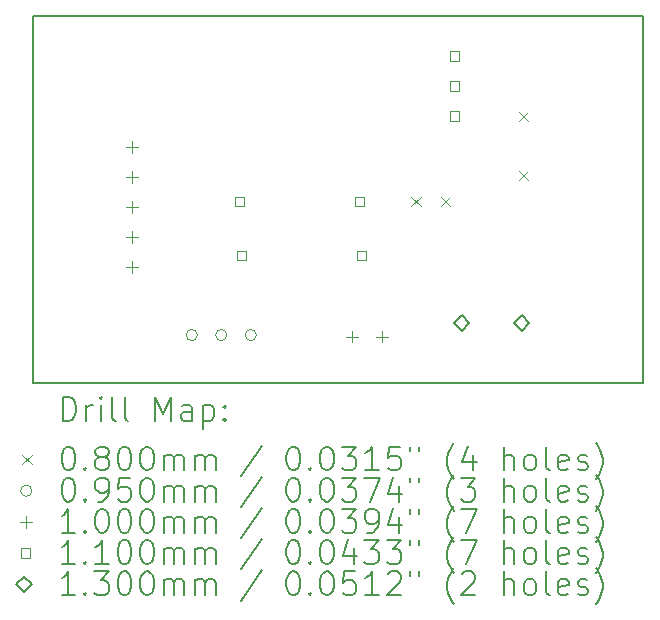
<source format=gbr>
%TF.GenerationSoftware,KiCad,Pcbnew,7.0.9*%
%TF.CreationDate,2023-11-12T11:40:15+01:00*%
%TF.ProjectId,CO2-PwrSupply,434f322d-5077-4725-9375-70706c792e6b,1.1*%
%TF.SameCoordinates,Original*%
%TF.FileFunction,Drillmap*%
%TF.FilePolarity,Positive*%
%FSLAX45Y45*%
G04 Gerber Fmt 4.5, Leading zero omitted, Abs format (unit mm)*
G04 Created by KiCad (PCBNEW 7.0.9) date 2023-11-12 11:40:15*
%MOMM*%
%LPD*%
G01*
G04 APERTURE LIST*
%ADD10C,0.150000*%
%ADD11C,0.200000*%
%ADD12C,0.100000*%
%ADD13C,0.110000*%
%ADD14C,0.130000*%
G04 APERTURE END LIST*
D10*
X4330700Y-1955800D02*
X9499600Y-1955800D01*
X9499600Y-5067300D01*
X4330700Y-5067300D01*
X4330700Y-1955800D01*
D11*
D12*
X7535689Y-3490600D02*
X7615689Y-3570600D01*
X7615689Y-3490600D02*
X7535689Y-3570600D01*
X7785689Y-3490600D02*
X7865689Y-3570600D01*
X7865689Y-3490600D02*
X7785689Y-3570600D01*
X8443600Y-2770700D02*
X8523600Y-2850700D01*
X8523600Y-2770700D02*
X8443600Y-2850700D01*
X8443600Y-3270700D02*
X8523600Y-3350700D01*
X8523600Y-3270700D02*
X8443600Y-3350700D01*
X5724400Y-4660900D02*
G75*
G03*
X5724400Y-4660900I-47500J0D01*
G01*
X5974400Y-4660900D02*
G75*
G03*
X5974400Y-4660900I-47500J0D01*
G01*
X6224400Y-4660900D02*
G75*
G03*
X6224400Y-4660900I-47500J0D01*
G01*
X5170400Y-3015486D02*
X5170400Y-3115486D01*
X5120400Y-3065486D02*
X5220400Y-3065486D01*
X5170400Y-3269486D02*
X5170400Y-3369486D01*
X5120400Y-3319486D02*
X5220400Y-3319486D01*
X5170400Y-3523486D02*
X5170400Y-3623486D01*
X5120400Y-3573486D02*
X5220400Y-3573486D01*
X5170400Y-3777486D02*
X5170400Y-3877486D01*
X5120400Y-3827486D02*
X5220400Y-3827486D01*
X5170400Y-4031486D02*
X5170400Y-4131486D01*
X5120400Y-4081486D02*
X5220400Y-4081486D01*
X7035800Y-4623600D02*
X7035800Y-4723600D01*
X6985800Y-4673600D02*
X7085800Y-4673600D01*
X7285800Y-4623600D02*
X7285800Y-4723600D01*
X7235800Y-4673600D02*
X7335800Y-4673600D01*
D13*
X6122191Y-3569491D02*
X6122191Y-3491709D01*
X6044409Y-3491709D01*
X6044409Y-3569491D01*
X6122191Y-3569491D01*
X6134891Y-4026691D02*
X6134891Y-3948909D01*
X6057109Y-3948909D01*
X6057109Y-4026691D01*
X6134891Y-4026691D01*
X7138191Y-3569491D02*
X7138191Y-3491709D01*
X7060409Y-3491709D01*
X7060409Y-3569491D01*
X7138191Y-3569491D01*
X7150891Y-4026691D02*
X7150891Y-3948909D01*
X7073109Y-3948909D01*
X7073109Y-4026691D01*
X7150891Y-4026691D01*
X7940591Y-2337591D02*
X7940591Y-2259809D01*
X7862809Y-2259809D01*
X7862809Y-2337591D01*
X7940591Y-2337591D01*
X7940591Y-2591591D02*
X7940591Y-2513809D01*
X7862809Y-2513809D01*
X7862809Y-2591591D01*
X7940591Y-2591591D01*
X7940591Y-2845591D02*
X7940591Y-2767809D01*
X7862809Y-2767809D01*
X7862809Y-2845591D01*
X7940591Y-2845591D01*
D14*
X7962900Y-4624300D02*
X8027900Y-4559300D01*
X7962900Y-4494300D01*
X7897900Y-4559300D01*
X7962900Y-4624300D01*
X8470900Y-4624300D02*
X8535900Y-4559300D01*
X8470900Y-4494300D01*
X8405900Y-4559300D01*
X8470900Y-4624300D01*
D11*
X4583977Y-5386284D02*
X4583977Y-5186284D01*
X4583977Y-5186284D02*
X4631596Y-5186284D01*
X4631596Y-5186284D02*
X4660167Y-5195808D01*
X4660167Y-5195808D02*
X4679215Y-5214855D01*
X4679215Y-5214855D02*
X4688739Y-5233903D01*
X4688739Y-5233903D02*
X4698263Y-5271998D01*
X4698263Y-5271998D02*
X4698263Y-5300570D01*
X4698263Y-5300570D02*
X4688739Y-5338665D01*
X4688739Y-5338665D02*
X4679215Y-5357712D01*
X4679215Y-5357712D02*
X4660167Y-5376760D01*
X4660167Y-5376760D02*
X4631596Y-5386284D01*
X4631596Y-5386284D02*
X4583977Y-5386284D01*
X4783977Y-5386284D02*
X4783977Y-5252950D01*
X4783977Y-5291046D02*
X4793501Y-5271998D01*
X4793501Y-5271998D02*
X4803024Y-5262474D01*
X4803024Y-5262474D02*
X4822072Y-5252950D01*
X4822072Y-5252950D02*
X4841120Y-5252950D01*
X4907786Y-5386284D02*
X4907786Y-5252950D01*
X4907786Y-5186284D02*
X4898263Y-5195808D01*
X4898263Y-5195808D02*
X4907786Y-5205331D01*
X4907786Y-5205331D02*
X4917310Y-5195808D01*
X4917310Y-5195808D02*
X4907786Y-5186284D01*
X4907786Y-5186284D02*
X4907786Y-5205331D01*
X5031596Y-5386284D02*
X5012548Y-5376760D01*
X5012548Y-5376760D02*
X5003024Y-5357712D01*
X5003024Y-5357712D02*
X5003024Y-5186284D01*
X5136358Y-5386284D02*
X5117310Y-5376760D01*
X5117310Y-5376760D02*
X5107786Y-5357712D01*
X5107786Y-5357712D02*
X5107786Y-5186284D01*
X5364929Y-5386284D02*
X5364929Y-5186284D01*
X5364929Y-5186284D02*
X5431596Y-5329141D01*
X5431596Y-5329141D02*
X5498263Y-5186284D01*
X5498263Y-5186284D02*
X5498263Y-5386284D01*
X5679215Y-5386284D02*
X5679215Y-5281522D01*
X5679215Y-5281522D02*
X5669691Y-5262474D01*
X5669691Y-5262474D02*
X5650643Y-5252950D01*
X5650643Y-5252950D02*
X5612548Y-5252950D01*
X5612548Y-5252950D02*
X5593501Y-5262474D01*
X5679215Y-5376760D02*
X5660167Y-5386284D01*
X5660167Y-5386284D02*
X5612548Y-5386284D01*
X5612548Y-5386284D02*
X5593501Y-5376760D01*
X5593501Y-5376760D02*
X5583977Y-5357712D01*
X5583977Y-5357712D02*
X5583977Y-5338665D01*
X5583977Y-5338665D02*
X5593501Y-5319617D01*
X5593501Y-5319617D02*
X5612548Y-5310093D01*
X5612548Y-5310093D02*
X5660167Y-5310093D01*
X5660167Y-5310093D02*
X5679215Y-5300570D01*
X5774453Y-5252950D02*
X5774453Y-5452950D01*
X5774453Y-5262474D02*
X5793501Y-5252950D01*
X5793501Y-5252950D02*
X5831596Y-5252950D01*
X5831596Y-5252950D02*
X5850643Y-5262474D01*
X5850643Y-5262474D02*
X5860167Y-5271998D01*
X5860167Y-5271998D02*
X5869691Y-5291046D01*
X5869691Y-5291046D02*
X5869691Y-5348189D01*
X5869691Y-5348189D02*
X5860167Y-5367236D01*
X5860167Y-5367236D02*
X5850643Y-5376760D01*
X5850643Y-5376760D02*
X5831596Y-5386284D01*
X5831596Y-5386284D02*
X5793501Y-5386284D01*
X5793501Y-5386284D02*
X5774453Y-5376760D01*
X5955405Y-5367236D02*
X5964929Y-5376760D01*
X5964929Y-5376760D02*
X5955405Y-5386284D01*
X5955405Y-5386284D02*
X5945882Y-5376760D01*
X5945882Y-5376760D02*
X5955405Y-5367236D01*
X5955405Y-5367236D02*
X5955405Y-5386284D01*
X5955405Y-5262474D02*
X5964929Y-5271998D01*
X5964929Y-5271998D02*
X5955405Y-5281522D01*
X5955405Y-5281522D02*
X5945882Y-5271998D01*
X5945882Y-5271998D02*
X5955405Y-5262474D01*
X5955405Y-5262474D02*
X5955405Y-5281522D01*
D12*
X4243200Y-5674800D02*
X4323200Y-5754800D01*
X4323200Y-5674800D02*
X4243200Y-5754800D01*
D11*
X4622072Y-5606284D02*
X4641120Y-5606284D01*
X4641120Y-5606284D02*
X4660167Y-5615808D01*
X4660167Y-5615808D02*
X4669691Y-5625331D01*
X4669691Y-5625331D02*
X4679215Y-5644379D01*
X4679215Y-5644379D02*
X4688739Y-5682474D01*
X4688739Y-5682474D02*
X4688739Y-5730093D01*
X4688739Y-5730093D02*
X4679215Y-5768188D01*
X4679215Y-5768188D02*
X4669691Y-5787236D01*
X4669691Y-5787236D02*
X4660167Y-5796760D01*
X4660167Y-5796760D02*
X4641120Y-5806284D01*
X4641120Y-5806284D02*
X4622072Y-5806284D01*
X4622072Y-5806284D02*
X4603024Y-5796760D01*
X4603024Y-5796760D02*
X4593501Y-5787236D01*
X4593501Y-5787236D02*
X4583977Y-5768188D01*
X4583977Y-5768188D02*
X4574453Y-5730093D01*
X4574453Y-5730093D02*
X4574453Y-5682474D01*
X4574453Y-5682474D02*
X4583977Y-5644379D01*
X4583977Y-5644379D02*
X4593501Y-5625331D01*
X4593501Y-5625331D02*
X4603024Y-5615808D01*
X4603024Y-5615808D02*
X4622072Y-5606284D01*
X4774453Y-5787236D02*
X4783977Y-5796760D01*
X4783977Y-5796760D02*
X4774453Y-5806284D01*
X4774453Y-5806284D02*
X4764929Y-5796760D01*
X4764929Y-5796760D02*
X4774453Y-5787236D01*
X4774453Y-5787236D02*
X4774453Y-5806284D01*
X4898263Y-5691998D02*
X4879215Y-5682474D01*
X4879215Y-5682474D02*
X4869691Y-5672950D01*
X4869691Y-5672950D02*
X4860167Y-5653903D01*
X4860167Y-5653903D02*
X4860167Y-5644379D01*
X4860167Y-5644379D02*
X4869691Y-5625331D01*
X4869691Y-5625331D02*
X4879215Y-5615808D01*
X4879215Y-5615808D02*
X4898263Y-5606284D01*
X4898263Y-5606284D02*
X4936358Y-5606284D01*
X4936358Y-5606284D02*
X4955405Y-5615808D01*
X4955405Y-5615808D02*
X4964929Y-5625331D01*
X4964929Y-5625331D02*
X4974453Y-5644379D01*
X4974453Y-5644379D02*
X4974453Y-5653903D01*
X4974453Y-5653903D02*
X4964929Y-5672950D01*
X4964929Y-5672950D02*
X4955405Y-5682474D01*
X4955405Y-5682474D02*
X4936358Y-5691998D01*
X4936358Y-5691998D02*
X4898263Y-5691998D01*
X4898263Y-5691998D02*
X4879215Y-5701522D01*
X4879215Y-5701522D02*
X4869691Y-5711046D01*
X4869691Y-5711046D02*
X4860167Y-5730093D01*
X4860167Y-5730093D02*
X4860167Y-5768188D01*
X4860167Y-5768188D02*
X4869691Y-5787236D01*
X4869691Y-5787236D02*
X4879215Y-5796760D01*
X4879215Y-5796760D02*
X4898263Y-5806284D01*
X4898263Y-5806284D02*
X4936358Y-5806284D01*
X4936358Y-5806284D02*
X4955405Y-5796760D01*
X4955405Y-5796760D02*
X4964929Y-5787236D01*
X4964929Y-5787236D02*
X4974453Y-5768188D01*
X4974453Y-5768188D02*
X4974453Y-5730093D01*
X4974453Y-5730093D02*
X4964929Y-5711046D01*
X4964929Y-5711046D02*
X4955405Y-5701522D01*
X4955405Y-5701522D02*
X4936358Y-5691998D01*
X5098263Y-5606284D02*
X5117310Y-5606284D01*
X5117310Y-5606284D02*
X5136358Y-5615808D01*
X5136358Y-5615808D02*
X5145882Y-5625331D01*
X5145882Y-5625331D02*
X5155405Y-5644379D01*
X5155405Y-5644379D02*
X5164929Y-5682474D01*
X5164929Y-5682474D02*
X5164929Y-5730093D01*
X5164929Y-5730093D02*
X5155405Y-5768188D01*
X5155405Y-5768188D02*
X5145882Y-5787236D01*
X5145882Y-5787236D02*
X5136358Y-5796760D01*
X5136358Y-5796760D02*
X5117310Y-5806284D01*
X5117310Y-5806284D02*
X5098263Y-5806284D01*
X5098263Y-5806284D02*
X5079215Y-5796760D01*
X5079215Y-5796760D02*
X5069691Y-5787236D01*
X5069691Y-5787236D02*
X5060167Y-5768188D01*
X5060167Y-5768188D02*
X5050644Y-5730093D01*
X5050644Y-5730093D02*
X5050644Y-5682474D01*
X5050644Y-5682474D02*
X5060167Y-5644379D01*
X5060167Y-5644379D02*
X5069691Y-5625331D01*
X5069691Y-5625331D02*
X5079215Y-5615808D01*
X5079215Y-5615808D02*
X5098263Y-5606284D01*
X5288739Y-5606284D02*
X5307786Y-5606284D01*
X5307786Y-5606284D02*
X5326834Y-5615808D01*
X5326834Y-5615808D02*
X5336358Y-5625331D01*
X5336358Y-5625331D02*
X5345882Y-5644379D01*
X5345882Y-5644379D02*
X5355405Y-5682474D01*
X5355405Y-5682474D02*
X5355405Y-5730093D01*
X5355405Y-5730093D02*
X5345882Y-5768188D01*
X5345882Y-5768188D02*
X5336358Y-5787236D01*
X5336358Y-5787236D02*
X5326834Y-5796760D01*
X5326834Y-5796760D02*
X5307786Y-5806284D01*
X5307786Y-5806284D02*
X5288739Y-5806284D01*
X5288739Y-5806284D02*
X5269691Y-5796760D01*
X5269691Y-5796760D02*
X5260167Y-5787236D01*
X5260167Y-5787236D02*
X5250644Y-5768188D01*
X5250644Y-5768188D02*
X5241120Y-5730093D01*
X5241120Y-5730093D02*
X5241120Y-5682474D01*
X5241120Y-5682474D02*
X5250644Y-5644379D01*
X5250644Y-5644379D02*
X5260167Y-5625331D01*
X5260167Y-5625331D02*
X5269691Y-5615808D01*
X5269691Y-5615808D02*
X5288739Y-5606284D01*
X5441120Y-5806284D02*
X5441120Y-5672950D01*
X5441120Y-5691998D02*
X5450644Y-5682474D01*
X5450644Y-5682474D02*
X5469691Y-5672950D01*
X5469691Y-5672950D02*
X5498263Y-5672950D01*
X5498263Y-5672950D02*
X5517310Y-5682474D01*
X5517310Y-5682474D02*
X5526834Y-5701522D01*
X5526834Y-5701522D02*
X5526834Y-5806284D01*
X5526834Y-5701522D02*
X5536358Y-5682474D01*
X5536358Y-5682474D02*
X5555405Y-5672950D01*
X5555405Y-5672950D02*
X5583977Y-5672950D01*
X5583977Y-5672950D02*
X5603024Y-5682474D01*
X5603024Y-5682474D02*
X5612548Y-5701522D01*
X5612548Y-5701522D02*
X5612548Y-5806284D01*
X5707786Y-5806284D02*
X5707786Y-5672950D01*
X5707786Y-5691998D02*
X5717310Y-5682474D01*
X5717310Y-5682474D02*
X5736358Y-5672950D01*
X5736358Y-5672950D02*
X5764929Y-5672950D01*
X5764929Y-5672950D02*
X5783977Y-5682474D01*
X5783977Y-5682474D02*
X5793501Y-5701522D01*
X5793501Y-5701522D02*
X5793501Y-5806284D01*
X5793501Y-5701522D02*
X5803024Y-5682474D01*
X5803024Y-5682474D02*
X5822072Y-5672950D01*
X5822072Y-5672950D02*
X5850643Y-5672950D01*
X5850643Y-5672950D02*
X5869691Y-5682474D01*
X5869691Y-5682474D02*
X5879215Y-5701522D01*
X5879215Y-5701522D02*
X5879215Y-5806284D01*
X6269691Y-5596760D02*
X6098263Y-5853903D01*
X6526834Y-5606284D02*
X6545882Y-5606284D01*
X6545882Y-5606284D02*
X6564929Y-5615808D01*
X6564929Y-5615808D02*
X6574453Y-5625331D01*
X6574453Y-5625331D02*
X6583977Y-5644379D01*
X6583977Y-5644379D02*
X6593501Y-5682474D01*
X6593501Y-5682474D02*
X6593501Y-5730093D01*
X6593501Y-5730093D02*
X6583977Y-5768188D01*
X6583977Y-5768188D02*
X6574453Y-5787236D01*
X6574453Y-5787236D02*
X6564929Y-5796760D01*
X6564929Y-5796760D02*
X6545882Y-5806284D01*
X6545882Y-5806284D02*
X6526834Y-5806284D01*
X6526834Y-5806284D02*
X6507786Y-5796760D01*
X6507786Y-5796760D02*
X6498263Y-5787236D01*
X6498263Y-5787236D02*
X6488739Y-5768188D01*
X6488739Y-5768188D02*
X6479215Y-5730093D01*
X6479215Y-5730093D02*
X6479215Y-5682474D01*
X6479215Y-5682474D02*
X6488739Y-5644379D01*
X6488739Y-5644379D02*
X6498263Y-5625331D01*
X6498263Y-5625331D02*
X6507786Y-5615808D01*
X6507786Y-5615808D02*
X6526834Y-5606284D01*
X6679215Y-5787236D02*
X6688739Y-5796760D01*
X6688739Y-5796760D02*
X6679215Y-5806284D01*
X6679215Y-5806284D02*
X6669691Y-5796760D01*
X6669691Y-5796760D02*
X6679215Y-5787236D01*
X6679215Y-5787236D02*
X6679215Y-5806284D01*
X6812548Y-5606284D02*
X6831596Y-5606284D01*
X6831596Y-5606284D02*
X6850644Y-5615808D01*
X6850644Y-5615808D02*
X6860167Y-5625331D01*
X6860167Y-5625331D02*
X6869691Y-5644379D01*
X6869691Y-5644379D02*
X6879215Y-5682474D01*
X6879215Y-5682474D02*
X6879215Y-5730093D01*
X6879215Y-5730093D02*
X6869691Y-5768188D01*
X6869691Y-5768188D02*
X6860167Y-5787236D01*
X6860167Y-5787236D02*
X6850644Y-5796760D01*
X6850644Y-5796760D02*
X6831596Y-5806284D01*
X6831596Y-5806284D02*
X6812548Y-5806284D01*
X6812548Y-5806284D02*
X6793501Y-5796760D01*
X6793501Y-5796760D02*
X6783977Y-5787236D01*
X6783977Y-5787236D02*
X6774453Y-5768188D01*
X6774453Y-5768188D02*
X6764929Y-5730093D01*
X6764929Y-5730093D02*
X6764929Y-5682474D01*
X6764929Y-5682474D02*
X6774453Y-5644379D01*
X6774453Y-5644379D02*
X6783977Y-5625331D01*
X6783977Y-5625331D02*
X6793501Y-5615808D01*
X6793501Y-5615808D02*
X6812548Y-5606284D01*
X6945882Y-5606284D02*
X7069691Y-5606284D01*
X7069691Y-5606284D02*
X7003025Y-5682474D01*
X7003025Y-5682474D02*
X7031596Y-5682474D01*
X7031596Y-5682474D02*
X7050644Y-5691998D01*
X7050644Y-5691998D02*
X7060167Y-5701522D01*
X7060167Y-5701522D02*
X7069691Y-5720569D01*
X7069691Y-5720569D02*
X7069691Y-5768188D01*
X7069691Y-5768188D02*
X7060167Y-5787236D01*
X7060167Y-5787236D02*
X7050644Y-5796760D01*
X7050644Y-5796760D02*
X7031596Y-5806284D01*
X7031596Y-5806284D02*
X6974453Y-5806284D01*
X6974453Y-5806284D02*
X6955406Y-5796760D01*
X6955406Y-5796760D02*
X6945882Y-5787236D01*
X7260167Y-5806284D02*
X7145882Y-5806284D01*
X7203025Y-5806284D02*
X7203025Y-5606284D01*
X7203025Y-5606284D02*
X7183977Y-5634855D01*
X7183977Y-5634855D02*
X7164929Y-5653903D01*
X7164929Y-5653903D02*
X7145882Y-5663427D01*
X7441120Y-5606284D02*
X7345882Y-5606284D01*
X7345882Y-5606284D02*
X7336358Y-5701522D01*
X7336358Y-5701522D02*
X7345882Y-5691998D01*
X7345882Y-5691998D02*
X7364929Y-5682474D01*
X7364929Y-5682474D02*
X7412548Y-5682474D01*
X7412548Y-5682474D02*
X7431596Y-5691998D01*
X7431596Y-5691998D02*
X7441120Y-5701522D01*
X7441120Y-5701522D02*
X7450644Y-5720569D01*
X7450644Y-5720569D02*
X7450644Y-5768188D01*
X7450644Y-5768188D02*
X7441120Y-5787236D01*
X7441120Y-5787236D02*
X7431596Y-5796760D01*
X7431596Y-5796760D02*
X7412548Y-5806284D01*
X7412548Y-5806284D02*
X7364929Y-5806284D01*
X7364929Y-5806284D02*
X7345882Y-5796760D01*
X7345882Y-5796760D02*
X7336358Y-5787236D01*
X7526834Y-5606284D02*
X7526834Y-5644379D01*
X7603025Y-5606284D02*
X7603025Y-5644379D01*
X7898263Y-5882474D02*
X7888739Y-5872950D01*
X7888739Y-5872950D02*
X7869691Y-5844379D01*
X7869691Y-5844379D02*
X7860168Y-5825331D01*
X7860168Y-5825331D02*
X7850644Y-5796760D01*
X7850644Y-5796760D02*
X7841120Y-5749141D01*
X7841120Y-5749141D02*
X7841120Y-5711046D01*
X7841120Y-5711046D02*
X7850644Y-5663427D01*
X7850644Y-5663427D02*
X7860168Y-5634855D01*
X7860168Y-5634855D02*
X7869691Y-5615808D01*
X7869691Y-5615808D02*
X7888739Y-5587236D01*
X7888739Y-5587236D02*
X7898263Y-5577712D01*
X8060168Y-5672950D02*
X8060168Y-5806284D01*
X8012548Y-5596760D02*
X7964929Y-5739617D01*
X7964929Y-5739617D02*
X8088739Y-5739617D01*
X8317310Y-5806284D02*
X8317310Y-5606284D01*
X8403025Y-5806284D02*
X8403025Y-5701522D01*
X8403025Y-5701522D02*
X8393501Y-5682474D01*
X8393501Y-5682474D02*
X8374453Y-5672950D01*
X8374453Y-5672950D02*
X8345882Y-5672950D01*
X8345882Y-5672950D02*
X8326834Y-5682474D01*
X8326834Y-5682474D02*
X8317310Y-5691998D01*
X8526834Y-5806284D02*
X8507787Y-5796760D01*
X8507787Y-5796760D02*
X8498263Y-5787236D01*
X8498263Y-5787236D02*
X8488739Y-5768188D01*
X8488739Y-5768188D02*
X8488739Y-5711046D01*
X8488739Y-5711046D02*
X8498263Y-5691998D01*
X8498263Y-5691998D02*
X8507787Y-5682474D01*
X8507787Y-5682474D02*
X8526834Y-5672950D01*
X8526834Y-5672950D02*
X8555406Y-5672950D01*
X8555406Y-5672950D02*
X8574453Y-5682474D01*
X8574453Y-5682474D02*
X8583977Y-5691998D01*
X8583977Y-5691998D02*
X8593501Y-5711046D01*
X8593501Y-5711046D02*
X8593501Y-5768188D01*
X8593501Y-5768188D02*
X8583977Y-5787236D01*
X8583977Y-5787236D02*
X8574453Y-5796760D01*
X8574453Y-5796760D02*
X8555406Y-5806284D01*
X8555406Y-5806284D02*
X8526834Y-5806284D01*
X8707787Y-5806284D02*
X8688739Y-5796760D01*
X8688739Y-5796760D02*
X8679215Y-5777712D01*
X8679215Y-5777712D02*
X8679215Y-5606284D01*
X8860168Y-5796760D02*
X8841120Y-5806284D01*
X8841120Y-5806284D02*
X8803025Y-5806284D01*
X8803025Y-5806284D02*
X8783977Y-5796760D01*
X8783977Y-5796760D02*
X8774453Y-5777712D01*
X8774453Y-5777712D02*
X8774453Y-5701522D01*
X8774453Y-5701522D02*
X8783977Y-5682474D01*
X8783977Y-5682474D02*
X8803025Y-5672950D01*
X8803025Y-5672950D02*
X8841120Y-5672950D01*
X8841120Y-5672950D02*
X8860168Y-5682474D01*
X8860168Y-5682474D02*
X8869692Y-5701522D01*
X8869692Y-5701522D02*
X8869692Y-5720569D01*
X8869692Y-5720569D02*
X8774453Y-5739617D01*
X8945882Y-5796760D02*
X8964930Y-5806284D01*
X8964930Y-5806284D02*
X9003025Y-5806284D01*
X9003025Y-5806284D02*
X9022073Y-5796760D01*
X9022073Y-5796760D02*
X9031596Y-5777712D01*
X9031596Y-5777712D02*
X9031596Y-5768188D01*
X9031596Y-5768188D02*
X9022073Y-5749141D01*
X9022073Y-5749141D02*
X9003025Y-5739617D01*
X9003025Y-5739617D02*
X8974453Y-5739617D01*
X8974453Y-5739617D02*
X8955406Y-5730093D01*
X8955406Y-5730093D02*
X8945882Y-5711046D01*
X8945882Y-5711046D02*
X8945882Y-5701522D01*
X8945882Y-5701522D02*
X8955406Y-5682474D01*
X8955406Y-5682474D02*
X8974453Y-5672950D01*
X8974453Y-5672950D02*
X9003025Y-5672950D01*
X9003025Y-5672950D02*
X9022073Y-5682474D01*
X9098263Y-5882474D02*
X9107787Y-5872950D01*
X9107787Y-5872950D02*
X9126834Y-5844379D01*
X9126834Y-5844379D02*
X9136358Y-5825331D01*
X9136358Y-5825331D02*
X9145882Y-5796760D01*
X9145882Y-5796760D02*
X9155406Y-5749141D01*
X9155406Y-5749141D02*
X9155406Y-5711046D01*
X9155406Y-5711046D02*
X9145882Y-5663427D01*
X9145882Y-5663427D02*
X9136358Y-5634855D01*
X9136358Y-5634855D02*
X9126834Y-5615808D01*
X9126834Y-5615808D02*
X9107787Y-5587236D01*
X9107787Y-5587236D02*
X9098263Y-5577712D01*
D12*
X4323200Y-5978800D02*
G75*
G03*
X4323200Y-5978800I-47500J0D01*
G01*
D11*
X4622072Y-5870284D02*
X4641120Y-5870284D01*
X4641120Y-5870284D02*
X4660167Y-5879808D01*
X4660167Y-5879808D02*
X4669691Y-5889331D01*
X4669691Y-5889331D02*
X4679215Y-5908379D01*
X4679215Y-5908379D02*
X4688739Y-5946474D01*
X4688739Y-5946474D02*
X4688739Y-5994093D01*
X4688739Y-5994093D02*
X4679215Y-6032188D01*
X4679215Y-6032188D02*
X4669691Y-6051236D01*
X4669691Y-6051236D02*
X4660167Y-6060760D01*
X4660167Y-6060760D02*
X4641120Y-6070284D01*
X4641120Y-6070284D02*
X4622072Y-6070284D01*
X4622072Y-6070284D02*
X4603024Y-6060760D01*
X4603024Y-6060760D02*
X4593501Y-6051236D01*
X4593501Y-6051236D02*
X4583977Y-6032188D01*
X4583977Y-6032188D02*
X4574453Y-5994093D01*
X4574453Y-5994093D02*
X4574453Y-5946474D01*
X4574453Y-5946474D02*
X4583977Y-5908379D01*
X4583977Y-5908379D02*
X4593501Y-5889331D01*
X4593501Y-5889331D02*
X4603024Y-5879808D01*
X4603024Y-5879808D02*
X4622072Y-5870284D01*
X4774453Y-6051236D02*
X4783977Y-6060760D01*
X4783977Y-6060760D02*
X4774453Y-6070284D01*
X4774453Y-6070284D02*
X4764929Y-6060760D01*
X4764929Y-6060760D02*
X4774453Y-6051236D01*
X4774453Y-6051236D02*
X4774453Y-6070284D01*
X4879215Y-6070284D02*
X4917310Y-6070284D01*
X4917310Y-6070284D02*
X4936358Y-6060760D01*
X4936358Y-6060760D02*
X4945882Y-6051236D01*
X4945882Y-6051236D02*
X4964929Y-6022665D01*
X4964929Y-6022665D02*
X4974453Y-5984569D01*
X4974453Y-5984569D02*
X4974453Y-5908379D01*
X4974453Y-5908379D02*
X4964929Y-5889331D01*
X4964929Y-5889331D02*
X4955405Y-5879808D01*
X4955405Y-5879808D02*
X4936358Y-5870284D01*
X4936358Y-5870284D02*
X4898263Y-5870284D01*
X4898263Y-5870284D02*
X4879215Y-5879808D01*
X4879215Y-5879808D02*
X4869691Y-5889331D01*
X4869691Y-5889331D02*
X4860167Y-5908379D01*
X4860167Y-5908379D02*
X4860167Y-5955998D01*
X4860167Y-5955998D02*
X4869691Y-5975046D01*
X4869691Y-5975046D02*
X4879215Y-5984569D01*
X4879215Y-5984569D02*
X4898263Y-5994093D01*
X4898263Y-5994093D02*
X4936358Y-5994093D01*
X4936358Y-5994093D02*
X4955405Y-5984569D01*
X4955405Y-5984569D02*
X4964929Y-5975046D01*
X4964929Y-5975046D02*
X4974453Y-5955998D01*
X5155405Y-5870284D02*
X5060167Y-5870284D01*
X5060167Y-5870284D02*
X5050644Y-5965522D01*
X5050644Y-5965522D02*
X5060167Y-5955998D01*
X5060167Y-5955998D02*
X5079215Y-5946474D01*
X5079215Y-5946474D02*
X5126834Y-5946474D01*
X5126834Y-5946474D02*
X5145882Y-5955998D01*
X5145882Y-5955998D02*
X5155405Y-5965522D01*
X5155405Y-5965522D02*
X5164929Y-5984569D01*
X5164929Y-5984569D02*
X5164929Y-6032188D01*
X5164929Y-6032188D02*
X5155405Y-6051236D01*
X5155405Y-6051236D02*
X5145882Y-6060760D01*
X5145882Y-6060760D02*
X5126834Y-6070284D01*
X5126834Y-6070284D02*
X5079215Y-6070284D01*
X5079215Y-6070284D02*
X5060167Y-6060760D01*
X5060167Y-6060760D02*
X5050644Y-6051236D01*
X5288739Y-5870284D02*
X5307786Y-5870284D01*
X5307786Y-5870284D02*
X5326834Y-5879808D01*
X5326834Y-5879808D02*
X5336358Y-5889331D01*
X5336358Y-5889331D02*
X5345882Y-5908379D01*
X5345882Y-5908379D02*
X5355405Y-5946474D01*
X5355405Y-5946474D02*
X5355405Y-5994093D01*
X5355405Y-5994093D02*
X5345882Y-6032188D01*
X5345882Y-6032188D02*
X5336358Y-6051236D01*
X5336358Y-6051236D02*
X5326834Y-6060760D01*
X5326834Y-6060760D02*
X5307786Y-6070284D01*
X5307786Y-6070284D02*
X5288739Y-6070284D01*
X5288739Y-6070284D02*
X5269691Y-6060760D01*
X5269691Y-6060760D02*
X5260167Y-6051236D01*
X5260167Y-6051236D02*
X5250644Y-6032188D01*
X5250644Y-6032188D02*
X5241120Y-5994093D01*
X5241120Y-5994093D02*
X5241120Y-5946474D01*
X5241120Y-5946474D02*
X5250644Y-5908379D01*
X5250644Y-5908379D02*
X5260167Y-5889331D01*
X5260167Y-5889331D02*
X5269691Y-5879808D01*
X5269691Y-5879808D02*
X5288739Y-5870284D01*
X5441120Y-6070284D02*
X5441120Y-5936950D01*
X5441120Y-5955998D02*
X5450644Y-5946474D01*
X5450644Y-5946474D02*
X5469691Y-5936950D01*
X5469691Y-5936950D02*
X5498263Y-5936950D01*
X5498263Y-5936950D02*
X5517310Y-5946474D01*
X5517310Y-5946474D02*
X5526834Y-5965522D01*
X5526834Y-5965522D02*
X5526834Y-6070284D01*
X5526834Y-5965522D02*
X5536358Y-5946474D01*
X5536358Y-5946474D02*
X5555405Y-5936950D01*
X5555405Y-5936950D02*
X5583977Y-5936950D01*
X5583977Y-5936950D02*
X5603024Y-5946474D01*
X5603024Y-5946474D02*
X5612548Y-5965522D01*
X5612548Y-5965522D02*
X5612548Y-6070284D01*
X5707786Y-6070284D02*
X5707786Y-5936950D01*
X5707786Y-5955998D02*
X5717310Y-5946474D01*
X5717310Y-5946474D02*
X5736358Y-5936950D01*
X5736358Y-5936950D02*
X5764929Y-5936950D01*
X5764929Y-5936950D02*
X5783977Y-5946474D01*
X5783977Y-5946474D02*
X5793501Y-5965522D01*
X5793501Y-5965522D02*
X5793501Y-6070284D01*
X5793501Y-5965522D02*
X5803024Y-5946474D01*
X5803024Y-5946474D02*
X5822072Y-5936950D01*
X5822072Y-5936950D02*
X5850643Y-5936950D01*
X5850643Y-5936950D02*
X5869691Y-5946474D01*
X5869691Y-5946474D02*
X5879215Y-5965522D01*
X5879215Y-5965522D02*
X5879215Y-6070284D01*
X6269691Y-5860760D02*
X6098263Y-6117903D01*
X6526834Y-5870284D02*
X6545882Y-5870284D01*
X6545882Y-5870284D02*
X6564929Y-5879808D01*
X6564929Y-5879808D02*
X6574453Y-5889331D01*
X6574453Y-5889331D02*
X6583977Y-5908379D01*
X6583977Y-5908379D02*
X6593501Y-5946474D01*
X6593501Y-5946474D02*
X6593501Y-5994093D01*
X6593501Y-5994093D02*
X6583977Y-6032188D01*
X6583977Y-6032188D02*
X6574453Y-6051236D01*
X6574453Y-6051236D02*
X6564929Y-6060760D01*
X6564929Y-6060760D02*
X6545882Y-6070284D01*
X6545882Y-6070284D02*
X6526834Y-6070284D01*
X6526834Y-6070284D02*
X6507786Y-6060760D01*
X6507786Y-6060760D02*
X6498263Y-6051236D01*
X6498263Y-6051236D02*
X6488739Y-6032188D01*
X6488739Y-6032188D02*
X6479215Y-5994093D01*
X6479215Y-5994093D02*
X6479215Y-5946474D01*
X6479215Y-5946474D02*
X6488739Y-5908379D01*
X6488739Y-5908379D02*
X6498263Y-5889331D01*
X6498263Y-5889331D02*
X6507786Y-5879808D01*
X6507786Y-5879808D02*
X6526834Y-5870284D01*
X6679215Y-6051236D02*
X6688739Y-6060760D01*
X6688739Y-6060760D02*
X6679215Y-6070284D01*
X6679215Y-6070284D02*
X6669691Y-6060760D01*
X6669691Y-6060760D02*
X6679215Y-6051236D01*
X6679215Y-6051236D02*
X6679215Y-6070284D01*
X6812548Y-5870284D02*
X6831596Y-5870284D01*
X6831596Y-5870284D02*
X6850644Y-5879808D01*
X6850644Y-5879808D02*
X6860167Y-5889331D01*
X6860167Y-5889331D02*
X6869691Y-5908379D01*
X6869691Y-5908379D02*
X6879215Y-5946474D01*
X6879215Y-5946474D02*
X6879215Y-5994093D01*
X6879215Y-5994093D02*
X6869691Y-6032188D01*
X6869691Y-6032188D02*
X6860167Y-6051236D01*
X6860167Y-6051236D02*
X6850644Y-6060760D01*
X6850644Y-6060760D02*
X6831596Y-6070284D01*
X6831596Y-6070284D02*
X6812548Y-6070284D01*
X6812548Y-6070284D02*
X6793501Y-6060760D01*
X6793501Y-6060760D02*
X6783977Y-6051236D01*
X6783977Y-6051236D02*
X6774453Y-6032188D01*
X6774453Y-6032188D02*
X6764929Y-5994093D01*
X6764929Y-5994093D02*
X6764929Y-5946474D01*
X6764929Y-5946474D02*
X6774453Y-5908379D01*
X6774453Y-5908379D02*
X6783977Y-5889331D01*
X6783977Y-5889331D02*
X6793501Y-5879808D01*
X6793501Y-5879808D02*
X6812548Y-5870284D01*
X6945882Y-5870284D02*
X7069691Y-5870284D01*
X7069691Y-5870284D02*
X7003025Y-5946474D01*
X7003025Y-5946474D02*
X7031596Y-5946474D01*
X7031596Y-5946474D02*
X7050644Y-5955998D01*
X7050644Y-5955998D02*
X7060167Y-5965522D01*
X7060167Y-5965522D02*
X7069691Y-5984569D01*
X7069691Y-5984569D02*
X7069691Y-6032188D01*
X7069691Y-6032188D02*
X7060167Y-6051236D01*
X7060167Y-6051236D02*
X7050644Y-6060760D01*
X7050644Y-6060760D02*
X7031596Y-6070284D01*
X7031596Y-6070284D02*
X6974453Y-6070284D01*
X6974453Y-6070284D02*
X6955406Y-6060760D01*
X6955406Y-6060760D02*
X6945882Y-6051236D01*
X7136358Y-5870284D02*
X7269691Y-5870284D01*
X7269691Y-5870284D02*
X7183977Y-6070284D01*
X7431596Y-5936950D02*
X7431596Y-6070284D01*
X7383977Y-5860760D02*
X7336358Y-6003617D01*
X7336358Y-6003617D02*
X7460167Y-6003617D01*
X7526834Y-5870284D02*
X7526834Y-5908379D01*
X7603025Y-5870284D02*
X7603025Y-5908379D01*
X7898263Y-6146474D02*
X7888739Y-6136950D01*
X7888739Y-6136950D02*
X7869691Y-6108379D01*
X7869691Y-6108379D02*
X7860168Y-6089331D01*
X7860168Y-6089331D02*
X7850644Y-6060760D01*
X7850644Y-6060760D02*
X7841120Y-6013141D01*
X7841120Y-6013141D02*
X7841120Y-5975046D01*
X7841120Y-5975046D02*
X7850644Y-5927427D01*
X7850644Y-5927427D02*
X7860168Y-5898855D01*
X7860168Y-5898855D02*
X7869691Y-5879808D01*
X7869691Y-5879808D02*
X7888739Y-5851236D01*
X7888739Y-5851236D02*
X7898263Y-5841712D01*
X7955406Y-5870284D02*
X8079215Y-5870284D01*
X8079215Y-5870284D02*
X8012548Y-5946474D01*
X8012548Y-5946474D02*
X8041120Y-5946474D01*
X8041120Y-5946474D02*
X8060168Y-5955998D01*
X8060168Y-5955998D02*
X8069691Y-5965522D01*
X8069691Y-5965522D02*
X8079215Y-5984569D01*
X8079215Y-5984569D02*
X8079215Y-6032188D01*
X8079215Y-6032188D02*
X8069691Y-6051236D01*
X8069691Y-6051236D02*
X8060168Y-6060760D01*
X8060168Y-6060760D02*
X8041120Y-6070284D01*
X8041120Y-6070284D02*
X7983977Y-6070284D01*
X7983977Y-6070284D02*
X7964929Y-6060760D01*
X7964929Y-6060760D02*
X7955406Y-6051236D01*
X8317310Y-6070284D02*
X8317310Y-5870284D01*
X8403025Y-6070284D02*
X8403025Y-5965522D01*
X8403025Y-5965522D02*
X8393501Y-5946474D01*
X8393501Y-5946474D02*
X8374453Y-5936950D01*
X8374453Y-5936950D02*
X8345882Y-5936950D01*
X8345882Y-5936950D02*
X8326834Y-5946474D01*
X8326834Y-5946474D02*
X8317310Y-5955998D01*
X8526834Y-6070284D02*
X8507787Y-6060760D01*
X8507787Y-6060760D02*
X8498263Y-6051236D01*
X8498263Y-6051236D02*
X8488739Y-6032188D01*
X8488739Y-6032188D02*
X8488739Y-5975046D01*
X8488739Y-5975046D02*
X8498263Y-5955998D01*
X8498263Y-5955998D02*
X8507787Y-5946474D01*
X8507787Y-5946474D02*
X8526834Y-5936950D01*
X8526834Y-5936950D02*
X8555406Y-5936950D01*
X8555406Y-5936950D02*
X8574453Y-5946474D01*
X8574453Y-5946474D02*
X8583977Y-5955998D01*
X8583977Y-5955998D02*
X8593501Y-5975046D01*
X8593501Y-5975046D02*
X8593501Y-6032188D01*
X8593501Y-6032188D02*
X8583977Y-6051236D01*
X8583977Y-6051236D02*
X8574453Y-6060760D01*
X8574453Y-6060760D02*
X8555406Y-6070284D01*
X8555406Y-6070284D02*
X8526834Y-6070284D01*
X8707787Y-6070284D02*
X8688739Y-6060760D01*
X8688739Y-6060760D02*
X8679215Y-6041712D01*
X8679215Y-6041712D02*
X8679215Y-5870284D01*
X8860168Y-6060760D02*
X8841120Y-6070284D01*
X8841120Y-6070284D02*
X8803025Y-6070284D01*
X8803025Y-6070284D02*
X8783977Y-6060760D01*
X8783977Y-6060760D02*
X8774453Y-6041712D01*
X8774453Y-6041712D02*
X8774453Y-5965522D01*
X8774453Y-5965522D02*
X8783977Y-5946474D01*
X8783977Y-5946474D02*
X8803025Y-5936950D01*
X8803025Y-5936950D02*
X8841120Y-5936950D01*
X8841120Y-5936950D02*
X8860168Y-5946474D01*
X8860168Y-5946474D02*
X8869692Y-5965522D01*
X8869692Y-5965522D02*
X8869692Y-5984569D01*
X8869692Y-5984569D02*
X8774453Y-6003617D01*
X8945882Y-6060760D02*
X8964930Y-6070284D01*
X8964930Y-6070284D02*
X9003025Y-6070284D01*
X9003025Y-6070284D02*
X9022073Y-6060760D01*
X9022073Y-6060760D02*
X9031596Y-6041712D01*
X9031596Y-6041712D02*
X9031596Y-6032188D01*
X9031596Y-6032188D02*
X9022073Y-6013141D01*
X9022073Y-6013141D02*
X9003025Y-6003617D01*
X9003025Y-6003617D02*
X8974453Y-6003617D01*
X8974453Y-6003617D02*
X8955406Y-5994093D01*
X8955406Y-5994093D02*
X8945882Y-5975046D01*
X8945882Y-5975046D02*
X8945882Y-5965522D01*
X8945882Y-5965522D02*
X8955406Y-5946474D01*
X8955406Y-5946474D02*
X8974453Y-5936950D01*
X8974453Y-5936950D02*
X9003025Y-5936950D01*
X9003025Y-5936950D02*
X9022073Y-5946474D01*
X9098263Y-6146474D02*
X9107787Y-6136950D01*
X9107787Y-6136950D02*
X9126834Y-6108379D01*
X9126834Y-6108379D02*
X9136358Y-6089331D01*
X9136358Y-6089331D02*
X9145882Y-6060760D01*
X9145882Y-6060760D02*
X9155406Y-6013141D01*
X9155406Y-6013141D02*
X9155406Y-5975046D01*
X9155406Y-5975046D02*
X9145882Y-5927427D01*
X9145882Y-5927427D02*
X9136358Y-5898855D01*
X9136358Y-5898855D02*
X9126834Y-5879808D01*
X9126834Y-5879808D02*
X9107787Y-5851236D01*
X9107787Y-5851236D02*
X9098263Y-5841712D01*
D12*
X4273200Y-6192800D02*
X4273200Y-6292800D01*
X4223200Y-6242800D02*
X4323200Y-6242800D01*
D11*
X4688739Y-6334284D02*
X4574453Y-6334284D01*
X4631596Y-6334284D02*
X4631596Y-6134284D01*
X4631596Y-6134284D02*
X4612548Y-6162855D01*
X4612548Y-6162855D02*
X4593501Y-6181903D01*
X4593501Y-6181903D02*
X4574453Y-6191427D01*
X4774453Y-6315236D02*
X4783977Y-6324760D01*
X4783977Y-6324760D02*
X4774453Y-6334284D01*
X4774453Y-6334284D02*
X4764929Y-6324760D01*
X4764929Y-6324760D02*
X4774453Y-6315236D01*
X4774453Y-6315236D02*
X4774453Y-6334284D01*
X4907786Y-6134284D02*
X4926834Y-6134284D01*
X4926834Y-6134284D02*
X4945882Y-6143808D01*
X4945882Y-6143808D02*
X4955405Y-6153331D01*
X4955405Y-6153331D02*
X4964929Y-6172379D01*
X4964929Y-6172379D02*
X4974453Y-6210474D01*
X4974453Y-6210474D02*
X4974453Y-6258093D01*
X4974453Y-6258093D02*
X4964929Y-6296188D01*
X4964929Y-6296188D02*
X4955405Y-6315236D01*
X4955405Y-6315236D02*
X4945882Y-6324760D01*
X4945882Y-6324760D02*
X4926834Y-6334284D01*
X4926834Y-6334284D02*
X4907786Y-6334284D01*
X4907786Y-6334284D02*
X4888739Y-6324760D01*
X4888739Y-6324760D02*
X4879215Y-6315236D01*
X4879215Y-6315236D02*
X4869691Y-6296188D01*
X4869691Y-6296188D02*
X4860167Y-6258093D01*
X4860167Y-6258093D02*
X4860167Y-6210474D01*
X4860167Y-6210474D02*
X4869691Y-6172379D01*
X4869691Y-6172379D02*
X4879215Y-6153331D01*
X4879215Y-6153331D02*
X4888739Y-6143808D01*
X4888739Y-6143808D02*
X4907786Y-6134284D01*
X5098263Y-6134284D02*
X5117310Y-6134284D01*
X5117310Y-6134284D02*
X5136358Y-6143808D01*
X5136358Y-6143808D02*
X5145882Y-6153331D01*
X5145882Y-6153331D02*
X5155405Y-6172379D01*
X5155405Y-6172379D02*
X5164929Y-6210474D01*
X5164929Y-6210474D02*
X5164929Y-6258093D01*
X5164929Y-6258093D02*
X5155405Y-6296188D01*
X5155405Y-6296188D02*
X5145882Y-6315236D01*
X5145882Y-6315236D02*
X5136358Y-6324760D01*
X5136358Y-6324760D02*
X5117310Y-6334284D01*
X5117310Y-6334284D02*
X5098263Y-6334284D01*
X5098263Y-6334284D02*
X5079215Y-6324760D01*
X5079215Y-6324760D02*
X5069691Y-6315236D01*
X5069691Y-6315236D02*
X5060167Y-6296188D01*
X5060167Y-6296188D02*
X5050644Y-6258093D01*
X5050644Y-6258093D02*
X5050644Y-6210474D01*
X5050644Y-6210474D02*
X5060167Y-6172379D01*
X5060167Y-6172379D02*
X5069691Y-6153331D01*
X5069691Y-6153331D02*
X5079215Y-6143808D01*
X5079215Y-6143808D02*
X5098263Y-6134284D01*
X5288739Y-6134284D02*
X5307786Y-6134284D01*
X5307786Y-6134284D02*
X5326834Y-6143808D01*
X5326834Y-6143808D02*
X5336358Y-6153331D01*
X5336358Y-6153331D02*
X5345882Y-6172379D01*
X5345882Y-6172379D02*
X5355405Y-6210474D01*
X5355405Y-6210474D02*
X5355405Y-6258093D01*
X5355405Y-6258093D02*
X5345882Y-6296188D01*
X5345882Y-6296188D02*
X5336358Y-6315236D01*
X5336358Y-6315236D02*
X5326834Y-6324760D01*
X5326834Y-6324760D02*
X5307786Y-6334284D01*
X5307786Y-6334284D02*
X5288739Y-6334284D01*
X5288739Y-6334284D02*
X5269691Y-6324760D01*
X5269691Y-6324760D02*
X5260167Y-6315236D01*
X5260167Y-6315236D02*
X5250644Y-6296188D01*
X5250644Y-6296188D02*
X5241120Y-6258093D01*
X5241120Y-6258093D02*
X5241120Y-6210474D01*
X5241120Y-6210474D02*
X5250644Y-6172379D01*
X5250644Y-6172379D02*
X5260167Y-6153331D01*
X5260167Y-6153331D02*
X5269691Y-6143808D01*
X5269691Y-6143808D02*
X5288739Y-6134284D01*
X5441120Y-6334284D02*
X5441120Y-6200950D01*
X5441120Y-6219998D02*
X5450644Y-6210474D01*
X5450644Y-6210474D02*
X5469691Y-6200950D01*
X5469691Y-6200950D02*
X5498263Y-6200950D01*
X5498263Y-6200950D02*
X5517310Y-6210474D01*
X5517310Y-6210474D02*
X5526834Y-6229522D01*
X5526834Y-6229522D02*
X5526834Y-6334284D01*
X5526834Y-6229522D02*
X5536358Y-6210474D01*
X5536358Y-6210474D02*
X5555405Y-6200950D01*
X5555405Y-6200950D02*
X5583977Y-6200950D01*
X5583977Y-6200950D02*
X5603024Y-6210474D01*
X5603024Y-6210474D02*
X5612548Y-6229522D01*
X5612548Y-6229522D02*
X5612548Y-6334284D01*
X5707786Y-6334284D02*
X5707786Y-6200950D01*
X5707786Y-6219998D02*
X5717310Y-6210474D01*
X5717310Y-6210474D02*
X5736358Y-6200950D01*
X5736358Y-6200950D02*
X5764929Y-6200950D01*
X5764929Y-6200950D02*
X5783977Y-6210474D01*
X5783977Y-6210474D02*
X5793501Y-6229522D01*
X5793501Y-6229522D02*
X5793501Y-6334284D01*
X5793501Y-6229522D02*
X5803024Y-6210474D01*
X5803024Y-6210474D02*
X5822072Y-6200950D01*
X5822072Y-6200950D02*
X5850643Y-6200950D01*
X5850643Y-6200950D02*
X5869691Y-6210474D01*
X5869691Y-6210474D02*
X5879215Y-6229522D01*
X5879215Y-6229522D02*
X5879215Y-6334284D01*
X6269691Y-6124760D02*
X6098263Y-6381903D01*
X6526834Y-6134284D02*
X6545882Y-6134284D01*
X6545882Y-6134284D02*
X6564929Y-6143808D01*
X6564929Y-6143808D02*
X6574453Y-6153331D01*
X6574453Y-6153331D02*
X6583977Y-6172379D01*
X6583977Y-6172379D02*
X6593501Y-6210474D01*
X6593501Y-6210474D02*
X6593501Y-6258093D01*
X6593501Y-6258093D02*
X6583977Y-6296188D01*
X6583977Y-6296188D02*
X6574453Y-6315236D01*
X6574453Y-6315236D02*
X6564929Y-6324760D01*
X6564929Y-6324760D02*
X6545882Y-6334284D01*
X6545882Y-6334284D02*
X6526834Y-6334284D01*
X6526834Y-6334284D02*
X6507786Y-6324760D01*
X6507786Y-6324760D02*
X6498263Y-6315236D01*
X6498263Y-6315236D02*
X6488739Y-6296188D01*
X6488739Y-6296188D02*
X6479215Y-6258093D01*
X6479215Y-6258093D02*
X6479215Y-6210474D01*
X6479215Y-6210474D02*
X6488739Y-6172379D01*
X6488739Y-6172379D02*
X6498263Y-6153331D01*
X6498263Y-6153331D02*
X6507786Y-6143808D01*
X6507786Y-6143808D02*
X6526834Y-6134284D01*
X6679215Y-6315236D02*
X6688739Y-6324760D01*
X6688739Y-6324760D02*
X6679215Y-6334284D01*
X6679215Y-6334284D02*
X6669691Y-6324760D01*
X6669691Y-6324760D02*
X6679215Y-6315236D01*
X6679215Y-6315236D02*
X6679215Y-6334284D01*
X6812548Y-6134284D02*
X6831596Y-6134284D01*
X6831596Y-6134284D02*
X6850644Y-6143808D01*
X6850644Y-6143808D02*
X6860167Y-6153331D01*
X6860167Y-6153331D02*
X6869691Y-6172379D01*
X6869691Y-6172379D02*
X6879215Y-6210474D01*
X6879215Y-6210474D02*
X6879215Y-6258093D01*
X6879215Y-6258093D02*
X6869691Y-6296188D01*
X6869691Y-6296188D02*
X6860167Y-6315236D01*
X6860167Y-6315236D02*
X6850644Y-6324760D01*
X6850644Y-6324760D02*
X6831596Y-6334284D01*
X6831596Y-6334284D02*
X6812548Y-6334284D01*
X6812548Y-6334284D02*
X6793501Y-6324760D01*
X6793501Y-6324760D02*
X6783977Y-6315236D01*
X6783977Y-6315236D02*
X6774453Y-6296188D01*
X6774453Y-6296188D02*
X6764929Y-6258093D01*
X6764929Y-6258093D02*
X6764929Y-6210474D01*
X6764929Y-6210474D02*
X6774453Y-6172379D01*
X6774453Y-6172379D02*
X6783977Y-6153331D01*
X6783977Y-6153331D02*
X6793501Y-6143808D01*
X6793501Y-6143808D02*
X6812548Y-6134284D01*
X6945882Y-6134284D02*
X7069691Y-6134284D01*
X7069691Y-6134284D02*
X7003025Y-6210474D01*
X7003025Y-6210474D02*
X7031596Y-6210474D01*
X7031596Y-6210474D02*
X7050644Y-6219998D01*
X7050644Y-6219998D02*
X7060167Y-6229522D01*
X7060167Y-6229522D02*
X7069691Y-6248569D01*
X7069691Y-6248569D02*
X7069691Y-6296188D01*
X7069691Y-6296188D02*
X7060167Y-6315236D01*
X7060167Y-6315236D02*
X7050644Y-6324760D01*
X7050644Y-6324760D02*
X7031596Y-6334284D01*
X7031596Y-6334284D02*
X6974453Y-6334284D01*
X6974453Y-6334284D02*
X6955406Y-6324760D01*
X6955406Y-6324760D02*
X6945882Y-6315236D01*
X7164929Y-6334284D02*
X7203025Y-6334284D01*
X7203025Y-6334284D02*
X7222072Y-6324760D01*
X7222072Y-6324760D02*
X7231596Y-6315236D01*
X7231596Y-6315236D02*
X7250644Y-6286665D01*
X7250644Y-6286665D02*
X7260167Y-6248569D01*
X7260167Y-6248569D02*
X7260167Y-6172379D01*
X7260167Y-6172379D02*
X7250644Y-6153331D01*
X7250644Y-6153331D02*
X7241120Y-6143808D01*
X7241120Y-6143808D02*
X7222072Y-6134284D01*
X7222072Y-6134284D02*
X7183977Y-6134284D01*
X7183977Y-6134284D02*
X7164929Y-6143808D01*
X7164929Y-6143808D02*
X7155406Y-6153331D01*
X7155406Y-6153331D02*
X7145882Y-6172379D01*
X7145882Y-6172379D02*
X7145882Y-6219998D01*
X7145882Y-6219998D02*
X7155406Y-6239046D01*
X7155406Y-6239046D02*
X7164929Y-6248569D01*
X7164929Y-6248569D02*
X7183977Y-6258093D01*
X7183977Y-6258093D02*
X7222072Y-6258093D01*
X7222072Y-6258093D02*
X7241120Y-6248569D01*
X7241120Y-6248569D02*
X7250644Y-6239046D01*
X7250644Y-6239046D02*
X7260167Y-6219998D01*
X7431596Y-6200950D02*
X7431596Y-6334284D01*
X7383977Y-6124760D02*
X7336358Y-6267617D01*
X7336358Y-6267617D02*
X7460167Y-6267617D01*
X7526834Y-6134284D02*
X7526834Y-6172379D01*
X7603025Y-6134284D02*
X7603025Y-6172379D01*
X7898263Y-6410474D02*
X7888739Y-6400950D01*
X7888739Y-6400950D02*
X7869691Y-6372379D01*
X7869691Y-6372379D02*
X7860168Y-6353331D01*
X7860168Y-6353331D02*
X7850644Y-6324760D01*
X7850644Y-6324760D02*
X7841120Y-6277141D01*
X7841120Y-6277141D02*
X7841120Y-6239046D01*
X7841120Y-6239046D02*
X7850644Y-6191427D01*
X7850644Y-6191427D02*
X7860168Y-6162855D01*
X7860168Y-6162855D02*
X7869691Y-6143808D01*
X7869691Y-6143808D02*
X7888739Y-6115236D01*
X7888739Y-6115236D02*
X7898263Y-6105712D01*
X7955406Y-6134284D02*
X8088739Y-6134284D01*
X8088739Y-6134284D02*
X8003025Y-6334284D01*
X8317310Y-6334284D02*
X8317310Y-6134284D01*
X8403025Y-6334284D02*
X8403025Y-6229522D01*
X8403025Y-6229522D02*
X8393501Y-6210474D01*
X8393501Y-6210474D02*
X8374453Y-6200950D01*
X8374453Y-6200950D02*
X8345882Y-6200950D01*
X8345882Y-6200950D02*
X8326834Y-6210474D01*
X8326834Y-6210474D02*
X8317310Y-6219998D01*
X8526834Y-6334284D02*
X8507787Y-6324760D01*
X8507787Y-6324760D02*
X8498263Y-6315236D01*
X8498263Y-6315236D02*
X8488739Y-6296188D01*
X8488739Y-6296188D02*
X8488739Y-6239046D01*
X8488739Y-6239046D02*
X8498263Y-6219998D01*
X8498263Y-6219998D02*
X8507787Y-6210474D01*
X8507787Y-6210474D02*
X8526834Y-6200950D01*
X8526834Y-6200950D02*
X8555406Y-6200950D01*
X8555406Y-6200950D02*
X8574453Y-6210474D01*
X8574453Y-6210474D02*
X8583977Y-6219998D01*
X8583977Y-6219998D02*
X8593501Y-6239046D01*
X8593501Y-6239046D02*
X8593501Y-6296188D01*
X8593501Y-6296188D02*
X8583977Y-6315236D01*
X8583977Y-6315236D02*
X8574453Y-6324760D01*
X8574453Y-6324760D02*
X8555406Y-6334284D01*
X8555406Y-6334284D02*
X8526834Y-6334284D01*
X8707787Y-6334284D02*
X8688739Y-6324760D01*
X8688739Y-6324760D02*
X8679215Y-6305712D01*
X8679215Y-6305712D02*
X8679215Y-6134284D01*
X8860168Y-6324760D02*
X8841120Y-6334284D01*
X8841120Y-6334284D02*
X8803025Y-6334284D01*
X8803025Y-6334284D02*
X8783977Y-6324760D01*
X8783977Y-6324760D02*
X8774453Y-6305712D01*
X8774453Y-6305712D02*
X8774453Y-6229522D01*
X8774453Y-6229522D02*
X8783977Y-6210474D01*
X8783977Y-6210474D02*
X8803025Y-6200950D01*
X8803025Y-6200950D02*
X8841120Y-6200950D01*
X8841120Y-6200950D02*
X8860168Y-6210474D01*
X8860168Y-6210474D02*
X8869692Y-6229522D01*
X8869692Y-6229522D02*
X8869692Y-6248569D01*
X8869692Y-6248569D02*
X8774453Y-6267617D01*
X8945882Y-6324760D02*
X8964930Y-6334284D01*
X8964930Y-6334284D02*
X9003025Y-6334284D01*
X9003025Y-6334284D02*
X9022073Y-6324760D01*
X9022073Y-6324760D02*
X9031596Y-6305712D01*
X9031596Y-6305712D02*
X9031596Y-6296188D01*
X9031596Y-6296188D02*
X9022073Y-6277141D01*
X9022073Y-6277141D02*
X9003025Y-6267617D01*
X9003025Y-6267617D02*
X8974453Y-6267617D01*
X8974453Y-6267617D02*
X8955406Y-6258093D01*
X8955406Y-6258093D02*
X8945882Y-6239046D01*
X8945882Y-6239046D02*
X8945882Y-6229522D01*
X8945882Y-6229522D02*
X8955406Y-6210474D01*
X8955406Y-6210474D02*
X8974453Y-6200950D01*
X8974453Y-6200950D02*
X9003025Y-6200950D01*
X9003025Y-6200950D02*
X9022073Y-6210474D01*
X9098263Y-6410474D02*
X9107787Y-6400950D01*
X9107787Y-6400950D02*
X9126834Y-6372379D01*
X9126834Y-6372379D02*
X9136358Y-6353331D01*
X9136358Y-6353331D02*
X9145882Y-6324760D01*
X9145882Y-6324760D02*
X9155406Y-6277141D01*
X9155406Y-6277141D02*
X9155406Y-6239046D01*
X9155406Y-6239046D02*
X9145882Y-6191427D01*
X9145882Y-6191427D02*
X9136358Y-6162855D01*
X9136358Y-6162855D02*
X9126834Y-6143808D01*
X9126834Y-6143808D02*
X9107787Y-6115236D01*
X9107787Y-6115236D02*
X9098263Y-6105712D01*
D13*
X4307091Y-6545691D02*
X4307091Y-6467909D01*
X4229309Y-6467909D01*
X4229309Y-6545691D01*
X4307091Y-6545691D01*
D11*
X4688739Y-6598284D02*
X4574453Y-6598284D01*
X4631596Y-6598284D02*
X4631596Y-6398284D01*
X4631596Y-6398284D02*
X4612548Y-6426855D01*
X4612548Y-6426855D02*
X4593501Y-6445903D01*
X4593501Y-6445903D02*
X4574453Y-6455427D01*
X4774453Y-6579236D02*
X4783977Y-6588760D01*
X4783977Y-6588760D02*
X4774453Y-6598284D01*
X4774453Y-6598284D02*
X4764929Y-6588760D01*
X4764929Y-6588760D02*
X4774453Y-6579236D01*
X4774453Y-6579236D02*
X4774453Y-6598284D01*
X4974453Y-6598284D02*
X4860167Y-6598284D01*
X4917310Y-6598284D02*
X4917310Y-6398284D01*
X4917310Y-6398284D02*
X4898263Y-6426855D01*
X4898263Y-6426855D02*
X4879215Y-6445903D01*
X4879215Y-6445903D02*
X4860167Y-6455427D01*
X5098263Y-6398284D02*
X5117310Y-6398284D01*
X5117310Y-6398284D02*
X5136358Y-6407808D01*
X5136358Y-6407808D02*
X5145882Y-6417331D01*
X5145882Y-6417331D02*
X5155405Y-6436379D01*
X5155405Y-6436379D02*
X5164929Y-6474474D01*
X5164929Y-6474474D02*
X5164929Y-6522093D01*
X5164929Y-6522093D02*
X5155405Y-6560188D01*
X5155405Y-6560188D02*
X5145882Y-6579236D01*
X5145882Y-6579236D02*
X5136358Y-6588760D01*
X5136358Y-6588760D02*
X5117310Y-6598284D01*
X5117310Y-6598284D02*
X5098263Y-6598284D01*
X5098263Y-6598284D02*
X5079215Y-6588760D01*
X5079215Y-6588760D02*
X5069691Y-6579236D01*
X5069691Y-6579236D02*
X5060167Y-6560188D01*
X5060167Y-6560188D02*
X5050644Y-6522093D01*
X5050644Y-6522093D02*
X5050644Y-6474474D01*
X5050644Y-6474474D02*
X5060167Y-6436379D01*
X5060167Y-6436379D02*
X5069691Y-6417331D01*
X5069691Y-6417331D02*
X5079215Y-6407808D01*
X5079215Y-6407808D02*
X5098263Y-6398284D01*
X5288739Y-6398284D02*
X5307786Y-6398284D01*
X5307786Y-6398284D02*
X5326834Y-6407808D01*
X5326834Y-6407808D02*
X5336358Y-6417331D01*
X5336358Y-6417331D02*
X5345882Y-6436379D01*
X5345882Y-6436379D02*
X5355405Y-6474474D01*
X5355405Y-6474474D02*
X5355405Y-6522093D01*
X5355405Y-6522093D02*
X5345882Y-6560188D01*
X5345882Y-6560188D02*
X5336358Y-6579236D01*
X5336358Y-6579236D02*
X5326834Y-6588760D01*
X5326834Y-6588760D02*
X5307786Y-6598284D01*
X5307786Y-6598284D02*
X5288739Y-6598284D01*
X5288739Y-6598284D02*
X5269691Y-6588760D01*
X5269691Y-6588760D02*
X5260167Y-6579236D01*
X5260167Y-6579236D02*
X5250644Y-6560188D01*
X5250644Y-6560188D02*
X5241120Y-6522093D01*
X5241120Y-6522093D02*
X5241120Y-6474474D01*
X5241120Y-6474474D02*
X5250644Y-6436379D01*
X5250644Y-6436379D02*
X5260167Y-6417331D01*
X5260167Y-6417331D02*
X5269691Y-6407808D01*
X5269691Y-6407808D02*
X5288739Y-6398284D01*
X5441120Y-6598284D02*
X5441120Y-6464950D01*
X5441120Y-6483998D02*
X5450644Y-6474474D01*
X5450644Y-6474474D02*
X5469691Y-6464950D01*
X5469691Y-6464950D02*
X5498263Y-6464950D01*
X5498263Y-6464950D02*
X5517310Y-6474474D01*
X5517310Y-6474474D02*
X5526834Y-6493522D01*
X5526834Y-6493522D02*
X5526834Y-6598284D01*
X5526834Y-6493522D02*
X5536358Y-6474474D01*
X5536358Y-6474474D02*
X5555405Y-6464950D01*
X5555405Y-6464950D02*
X5583977Y-6464950D01*
X5583977Y-6464950D02*
X5603024Y-6474474D01*
X5603024Y-6474474D02*
X5612548Y-6493522D01*
X5612548Y-6493522D02*
X5612548Y-6598284D01*
X5707786Y-6598284D02*
X5707786Y-6464950D01*
X5707786Y-6483998D02*
X5717310Y-6474474D01*
X5717310Y-6474474D02*
X5736358Y-6464950D01*
X5736358Y-6464950D02*
X5764929Y-6464950D01*
X5764929Y-6464950D02*
X5783977Y-6474474D01*
X5783977Y-6474474D02*
X5793501Y-6493522D01*
X5793501Y-6493522D02*
X5793501Y-6598284D01*
X5793501Y-6493522D02*
X5803024Y-6474474D01*
X5803024Y-6474474D02*
X5822072Y-6464950D01*
X5822072Y-6464950D02*
X5850643Y-6464950D01*
X5850643Y-6464950D02*
X5869691Y-6474474D01*
X5869691Y-6474474D02*
X5879215Y-6493522D01*
X5879215Y-6493522D02*
X5879215Y-6598284D01*
X6269691Y-6388760D02*
X6098263Y-6645903D01*
X6526834Y-6398284D02*
X6545882Y-6398284D01*
X6545882Y-6398284D02*
X6564929Y-6407808D01*
X6564929Y-6407808D02*
X6574453Y-6417331D01*
X6574453Y-6417331D02*
X6583977Y-6436379D01*
X6583977Y-6436379D02*
X6593501Y-6474474D01*
X6593501Y-6474474D02*
X6593501Y-6522093D01*
X6593501Y-6522093D02*
X6583977Y-6560188D01*
X6583977Y-6560188D02*
X6574453Y-6579236D01*
X6574453Y-6579236D02*
X6564929Y-6588760D01*
X6564929Y-6588760D02*
X6545882Y-6598284D01*
X6545882Y-6598284D02*
X6526834Y-6598284D01*
X6526834Y-6598284D02*
X6507786Y-6588760D01*
X6507786Y-6588760D02*
X6498263Y-6579236D01*
X6498263Y-6579236D02*
X6488739Y-6560188D01*
X6488739Y-6560188D02*
X6479215Y-6522093D01*
X6479215Y-6522093D02*
X6479215Y-6474474D01*
X6479215Y-6474474D02*
X6488739Y-6436379D01*
X6488739Y-6436379D02*
X6498263Y-6417331D01*
X6498263Y-6417331D02*
X6507786Y-6407808D01*
X6507786Y-6407808D02*
X6526834Y-6398284D01*
X6679215Y-6579236D02*
X6688739Y-6588760D01*
X6688739Y-6588760D02*
X6679215Y-6598284D01*
X6679215Y-6598284D02*
X6669691Y-6588760D01*
X6669691Y-6588760D02*
X6679215Y-6579236D01*
X6679215Y-6579236D02*
X6679215Y-6598284D01*
X6812548Y-6398284D02*
X6831596Y-6398284D01*
X6831596Y-6398284D02*
X6850644Y-6407808D01*
X6850644Y-6407808D02*
X6860167Y-6417331D01*
X6860167Y-6417331D02*
X6869691Y-6436379D01*
X6869691Y-6436379D02*
X6879215Y-6474474D01*
X6879215Y-6474474D02*
X6879215Y-6522093D01*
X6879215Y-6522093D02*
X6869691Y-6560188D01*
X6869691Y-6560188D02*
X6860167Y-6579236D01*
X6860167Y-6579236D02*
X6850644Y-6588760D01*
X6850644Y-6588760D02*
X6831596Y-6598284D01*
X6831596Y-6598284D02*
X6812548Y-6598284D01*
X6812548Y-6598284D02*
X6793501Y-6588760D01*
X6793501Y-6588760D02*
X6783977Y-6579236D01*
X6783977Y-6579236D02*
X6774453Y-6560188D01*
X6774453Y-6560188D02*
X6764929Y-6522093D01*
X6764929Y-6522093D02*
X6764929Y-6474474D01*
X6764929Y-6474474D02*
X6774453Y-6436379D01*
X6774453Y-6436379D02*
X6783977Y-6417331D01*
X6783977Y-6417331D02*
X6793501Y-6407808D01*
X6793501Y-6407808D02*
X6812548Y-6398284D01*
X7050644Y-6464950D02*
X7050644Y-6598284D01*
X7003025Y-6388760D02*
X6955406Y-6531617D01*
X6955406Y-6531617D02*
X7079215Y-6531617D01*
X7136358Y-6398284D02*
X7260167Y-6398284D01*
X7260167Y-6398284D02*
X7193501Y-6474474D01*
X7193501Y-6474474D02*
X7222072Y-6474474D01*
X7222072Y-6474474D02*
X7241120Y-6483998D01*
X7241120Y-6483998D02*
X7250644Y-6493522D01*
X7250644Y-6493522D02*
X7260167Y-6512569D01*
X7260167Y-6512569D02*
X7260167Y-6560188D01*
X7260167Y-6560188D02*
X7250644Y-6579236D01*
X7250644Y-6579236D02*
X7241120Y-6588760D01*
X7241120Y-6588760D02*
X7222072Y-6598284D01*
X7222072Y-6598284D02*
X7164929Y-6598284D01*
X7164929Y-6598284D02*
X7145882Y-6588760D01*
X7145882Y-6588760D02*
X7136358Y-6579236D01*
X7326834Y-6398284D02*
X7450644Y-6398284D01*
X7450644Y-6398284D02*
X7383977Y-6474474D01*
X7383977Y-6474474D02*
X7412548Y-6474474D01*
X7412548Y-6474474D02*
X7431596Y-6483998D01*
X7431596Y-6483998D02*
X7441120Y-6493522D01*
X7441120Y-6493522D02*
X7450644Y-6512569D01*
X7450644Y-6512569D02*
X7450644Y-6560188D01*
X7450644Y-6560188D02*
X7441120Y-6579236D01*
X7441120Y-6579236D02*
X7431596Y-6588760D01*
X7431596Y-6588760D02*
X7412548Y-6598284D01*
X7412548Y-6598284D02*
X7355406Y-6598284D01*
X7355406Y-6598284D02*
X7336358Y-6588760D01*
X7336358Y-6588760D02*
X7326834Y-6579236D01*
X7526834Y-6398284D02*
X7526834Y-6436379D01*
X7603025Y-6398284D02*
X7603025Y-6436379D01*
X7898263Y-6674474D02*
X7888739Y-6664950D01*
X7888739Y-6664950D02*
X7869691Y-6636379D01*
X7869691Y-6636379D02*
X7860168Y-6617331D01*
X7860168Y-6617331D02*
X7850644Y-6588760D01*
X7850644Y-6588760D02*
X7841120Y-6541141D01*
X7841120Y-6541141D02*
X7841120Y-6503046D01*
X7841120Y-6503046D02*
X7850644Y-6455427D01*
X7850644Y-6455427D02*
X7860168Y-6426855D01*
X7860168Y-6426855D02*
X7869691Y-6407808D01*
X7869691Y-6407808D02*
X7888739Y-6379236D01*
X7888739Y-6379236D02*
X7898263Y-6369712D01*
X7955406Y-6398284D02*
X8088739Y-6398284D01*
X8088739Y-6398284D02*
X8003025Y-6598284D01*
X8317310Y-6598284D02*
X8317310Y-6398284D01*
X8403025Y-6598284D02*
X8403025Y-6493522D01*
X8403025Y-6493522D02*
X8393501Y-6474474D01*
X8393501Y-6474474D02*
X8374453Y-6464950D01*
X8374453Y-6464950D02*
X8345882Y-6464950D01*
X8345882Y-6464950D02*
X8326834Y-6474474D01*
X8326834Y-6474474D02*
X8317310Y-6483998D01*
X8526834Y-6598284D02*
X8507787Y-6588760D01*
X8507787Y-6588760D02*
X8498263Y-6579236D01*
X8498263Y-6579236D02*
X8488739Y-6560188D01*
X8488739Y-6560188D02*
X8488739Y-6503046D01*
X8488739Y-6503046D02*
X8498263Y-6483998D01*
X8498263Y-6483998D02*
X8507787Y-6474474D01*
X8507787Y-6474474D02*
X8526834Y-6464950D01*
X8526834Y-6464950D02*
X8555406Y-6464950D01*
X8555406Y-6464950D02*
X8574453Y-6474474D01*
X8574453Y-6474474D02*
X8583977Y-6483998D01*
X8583977Y-6483998D02*
X8593501Y-6503046D01*
X8593501Y-6503046D02*
X8593501Y-6560188D01*
X8593501Y-6560188D02*
X8583977Y-6579236D01*
X8583977Y-6579236D02*
X8574453Y-6588760D01*
X8574453Y-6588760D02*
X8555406Y-6598284D01*
X8555406Y-6598284D02*
X8526834Y-6598284D01*
X8707787Y-6598284D02*
X8688739Y-6588760D01*
X8688739Y-6588760D02*
X8679215Y-6569712D01*
X8679215Y-6569712D02*
X8679215Y-6398284D01*
X8860168Y-6588760D02*
X8841120Y-6598284D01*
X8841120Y-6598284D02*
X8803025Y-6598284D01*
X8803025Y-6598284D02*
X8783977Y-6588760D01*
X8783977Y-6588760D02*
X8774453Y-6569712D01*
X8774453Y-6569712D02*
X8774453Y-6493522D01*
X8774453Y-6493522D02*
X8783977Y-6474474D01*
X8783977Y-6474474D02*
X8803025Y-6464950D01*
X8803025Y-6464950D02*
X8841120Y-6464950D01*
X8841120Y-6464950D02*
X8860168Y-6474474D01*
X8860168Y-6474474D02*
X8869692Y-6493522D01*
X8869692Y-6493522D02*
X8869692Y-6512569D01*
X8869692Y-6512569D02*
X8774453Y-6531617D01*
X8945882Y-6588760D02*
X8964930Y-6598284D01*
X8964930Y-6598284D02*
X9003025Y-6598284D01*
X9003025Y-6598284D02*
X9022073Y-6588760D01*
X9022073Y-6588760D02*
X9031596Y-6569712D01*
X9031596Y-6569712D02*
X9031596Y-6560188D01*
X9031596Y-6560188D02*
X9022073Y-6541141D01*
X9022073Y-6541141D02*
X9003025Y-6531617D01*
X9003025Y-6531617D02*
X8974453Y-6531617D01*
X8974453Y-6531617D02*
X8955406Y-6522093D01*
X8955406Y-6522093D02*
X8945882Y-6503046D01*
X8945882Y-6503046D02*
X8945882Y-6493522D01*
X8945882Y-6493522D02*
X8955406Y-6474474D01*
X8955406Y-6474474D02*
X8974453Y-6464950D01*
X8974453Y-6464950D02*
X9003025Y-6464950D01*
X9003025Y-6464950D02*
X9022073Y-6474474D01*
X9098263Y-6674474D02*
X9107787Y-6664950D01*
X9107787Y-6664950D02*
X9126834Y-6636379D01*
X9126834Y-6636379D02*
X9136358Y-6617331D01*
X9136358Y-6617331D02*
X9145882Y-6588760D01*
X9145882Y-6588760D02*
X9155406Y-6541141D01*
X9155406Y-6541141D02*
X9155406Y-6503046D01*
X9155406Y-6503046D02*
X9145882Y-6455427D01*
X9145882Y-6455427D02*
X9136358Y-6426855D01*
X9136358Y-6426855D02*
X9126834Y-6407808D01*
X9126834Y-6407808D02*
X9107787Y-6379236D01*
X9107787Y-6379236D02*
X9098263Y-6369712D01*
D14*
X4258200Y-6835800D02*
X4323200Y-6770800D01*
X4258200Y-6705800D01*
X4193200Y-6770800D01*
X4258200Y-6835800D01*
D11*
X4688739Y-6862284D02*
X4574453Y-6862284D01*
X4631596Y-6862284D02*
X4631596Y-6662284D01*
X4631596Y-6662284D02*
X4612548Y-6690855D01*
X4612548Y-6690855D02*
X4593501Y-6709903D01*
X4593501Y-6709903D02*
X4574453Y-6719427D01*
X4774453Y-6843236D02*
X4783977Y-6852760D01*
X4783977Y-6852760D02*
X4774453Y-6862284D01*
X4774453Y-6862284D02*
X4764929Y-6852760D01*
X4764929Y-6852760D02*
X4774453Y-6843236D01*
X4774453Y-6843236D02*
X4774453Y-6862284D01*
X4850644Y-6662284D02*
X4974453Y-6662284D01*
X4974453Y-6662284D02*
X4907786Y-6738474D01*
X4907786Y-6738474D02*
X4936358Y-6738474D01*
X4936358Y-6738474D02*
X4955405Y-6747998D01*
X4955405Y-6747998D02*
X4964929Y-6757522D01*
X4964929Y-6757522D02*
X4974453Y-6776569D01*
X4974453Y-6776569D02*
X4974453Y-6824188D01*
X4974453Y-6824188D02*
X4964929Y-6843236D01*
X4964929Y-6843236D02*
X4955405Y-6852760D01*
X4955405Y-6852760D02*
X4936358Y-6862284D01*
X4936358Y-6862284D02*
X4879215Y-6862284D01*
X4879215Y-6862284D02*
X4860167Y-6852760D01*
X4860167Y-6852760D02*
X4850644Y-6843236D01*
X5098263Y-6662284D02*
X5117310Y-6662284D01*
X5117310Y-6662284D02*
X5136358Y-6671808D01*
X5136358Y-6671808D02*
X5145882Y-6681331D01*
X5145882Y-6681331D02*
X5155405Y-6700379D01*
X5155405Y-6700379D02*
X5164929Y-6738474D01*
X5164929Y-6738474D02*
X5164929Y-6786093D01*
X5164929Y-6786093D02*
X5155405Y-6824188D01*
X5155405Y-6824188D02*
X5145882Y-6843236D01*
X5145882Y-6843236D02*
X5136358Y-6852760D01*
X5136358Y-6852760D02*
X5117310Y-6862284D01*
X5117310Y-6862284D02*
X5098263Y-6862284D01*
X5098263Y-6862284D02*
X5079215Y-6852760D01*
X5079215Y-6852760D02*
X5069691Y-6843236D01*
X5069691Y-6843236D02*
X5060167Y-6824188D01*
X5060167Y-6824188D02*
X5050644Y-6786093D01*
X5050644Y-6786093D02*
X5050644Y-6738474D01*
X5050644Y-6738474D02*
X5060167Y-6700379D01*
X5060167Y-6700379D02*
X5069691Y-6681331D01*
X5069691Y-6681331D02*
X5079215Y-6671808D01*
X5079215Y-6671808D02*
X5098263Y-6662284D01*
X5288739Y-6662284D02*
X5307786Y-6662284D01*
X5307786Y-6662284D02*
X5326834Y-6671808D01*
X5326834Y-6671808D02*
X5336358Y-6681331D01*
X5336358Y-6681331D02*
X5345882Y-6700379D01*
X5345882Y-6700379D02*
X5355405Y-6738474D01*
X5355405Y-6738474D02*
X5355405Y-6786093D01*
X5355405Y-6786093D02*
X5345882Y-6824188D01*
X5345882Y-6824188D02*
X5336358Y-6843236D01*
X5336358Y-6843236D02*
X5326834Y-6852760D01*
X5326834Y-6852760D02*
X5307786Y-6862284D01*
X5307786Y-6862284D02*
X5288739Y-6862284D01*
X5288739Y-6862284D02*
X5269691Y-6852760D01*
X5269691Y-6852760D02*
X5260167Y-6843236D01*
X5260167Y-6843236D02*
X5250644Y-6824188D01*
X5250644Y-6824188D02*
X5241120Y-6786093D01*
X5241120Y-6786093D02*
X5241120Y-6738474D01*
X5241120Y-6738474D02*
X5250644Y-6700379D01*
X5250644Y-6700379D02*
X5260167Y-6681331D01*
X5260167Y-6681331D02*
X5269691Y-6671808D01*
X5269691Y-6671808D02*
X5288739Y-6662284D01*
X5441120Y-6862284D02*
X5441120Y-6728950D01*
X5441120Y-6747998D02*
X5450644Y-6738474D01*
X5450644Y-6738474D02*
X5469691Y-6728950D01*
X5469691Y-6728950D02*
X5498263Y-6728950D01*
X5498263Y-6728950D02*
X5517310Y-6738474D01*
X5517310Y-6738474D02*
X5526834Y-6757522D01*
X5526834Y-6757522D02*
X5526834Y-6862284D01*
X5526834Y-6757522D02*
X5536358Y-6738474D01*
X5536358Y-6738474D02*
X5555405Y-6728950D01*
X5555405Y-6728950D02*
X5583977Y-6728950D01*
X5583977Y-6728950D02*
X5603024Y-6738474D01*
X5603024Y-6738474D02*
X5612548Y-6757522D01*
X5612548Y-6757522D02*
X5612548Y-6862284D01*
X5707786Y-6862284D02*
X5707786Y-6728950D01*
X5707786Y-6747998D02*
X5717310Y-6738474D01*
X5717310Y-6738474D02*
X5736358Y-6728950D01*
X5736358Y-6728950D02*
X5764929Y-6728950D01*
X5764929Y-6728950D02*
X5783977Y-6738474D01*
X5783977Y-6738474D02*
X5793501Y-6757522D01*
X5793501Y-6757522D02*
X5793501Y-6862284D01*
X5793501Y-6757522D02*
X5803024Y-6738474D01*
X5803024Y-6738474D02*
X5822072Y-6728950D01*
X5822072Y-6728950D02*
X5850643Y-6728950D01*
X5850643Y-6728950D02*
X5869691Y-6738474D01*
X5869691Y-6738474D02*
X5879215Y-6757522D01*
X5879215Y-6757522D02*
X5879215Y-6862284D01*
X6269691Y-6652760D02*
X6098263Y-6909903D01*
X6526834Y-6662284D02*
X6545882Y-6662284D01*
X6545882Y-6662284D02*
X6564929Y-6671808D01*
X6564929Y-6671808D02*
X6574453Y-6681331D01*
X6574453Y-6681331D02*
X6583977Y-6700379D01*
X6583977Y-6700379D02*
X6593501Y-6738474D01*
X6593501Y-6738474D02*
X6593501Y-6786093D01*
X6593501Y-6786093D02*
X6583977Y-6824188D01*
X6583977Y-6824188D02*
X6574453Y-6843236D01*
X6574453Y-6843236D02*
X6564929Y-6852760D01*
X6564929Y-6852760D02*
X6545882Y-6862284D01*
X6545882Y-6862284D02*
X6526834Y-6862284D01*
X6526834Y-6862284D02*
X6507786Y-6852760D01*
X6507786Y-6852760D02*
X6498263Y-6843236D01*
X6498263Y-6843236D02*
X6488739Y-6824188D01*
X6488739Y-6824188D02*
X6479215Y-6786093D01*
X6479215Y-6786093D02*
X6479215Y-6738474D01*
X6479215Y-6738474D02*
X6488739Y-6700379D01*
X6488739Y-6700379D02*
X6498263Y-6681331D01*
X6498263Y-6681331D02*
X6507786Y-6671808D01*
X6507786Y-6671808D02*
X6526834Y-6662284D01*
X6679215Y-6843236D02*
X6688739Y-6852760D01*
X6688739Y-6852760D02*
X6679215Y-6862284D01*
X6679215Y-6862284D02*
X6669691Y-6852760D01*
X6669691Y-6852760D02*
X6679215Y-6843236D01*
X6679215Y-6843236D02*
X6679215Y-6862284D01*
X6812548Y-6662284D02*
X6831596Y-6662284D01*
X6831596Y-6662284D02*
X6850644Y-6671808D01*
X6850644Y-6671808D02*
X6860167Y-6681331D01*
X6860167Y-6681331D02*
X6869691Y-6700379D01*
X6869691Y-6700379D02*
X6879215Y-6738474D01*
X6879215Y-6738474D02*
X6879215Y-6786093D01*
X6879215Y-6786093D02*
X6869691Y-6824188D01*
X6869691Y-6824188D02*
X6860167Y-6843236D01*
X6860167Y-6843236D02*
X6850644Y-6852760D01*
X6850644Y-6852760D02*
X6831596Y-6862284D01*
X6831596Y-6862284D02*
X6812548Y-6862284D01*
X6812548Y-6862284D02*
X6793501Y-6852760D01*
X6793501Y-6852760D02*
X6783977Y-6843236D01*
X6783977Y-6843236D02*
X6774453Y-6824188D01*
X6774453Y-6824188D02*
X6764929Y-6786093D01*
X6764929Y-6786093D02*
X6764929Y-6738474D01*
X6764929Y-6738474D02*
X6774453Y-6700379D01*
X6774453Y-6700379D02*
X6783977Y-6681331D01*
X6783977Y-6681331D02*
X6793501Y-6671808D01*
X6793501Y-6671808D02*
X6812548Y-6662284D01*
X7060167Y-6662284D02*
X6964929Y-6662284D01*
X6964929Y-6662284D02*
X6955406Y-6757522D01*
X6955406Y-6757522D02*
X6964929Y-6747998D01*
X6964929Y-6747998D02*
X6983977Y-6738474D01*
X6983977Y-6738474D02*
X7031596Y-6738474D01*
X7031596Y-6738474D02*
X7050644Y-6747998D01*
X7050644Y-6747998D02*
X7060167Y-6757522D01*
X7060167Y-6757522D02*
X7069691Y-6776569D01*
X7069691Y-6776569D02*
X7069691Y-6824188D01*
X7069691Y-6824188D02*
X7060167Y-6843236D01*
X7060167Y-6843236D02*
X7050644Y-6852760D01*
X7050644Y-6852760D02*
X7031596Y-6862284D01*
X7031596Y-6862284D02*
X6983977Y-6862284D01*
X6983977Y-6862284D02*
X6964929Y-6852760D01*
X6964929Y-6852760D02*
X6955406Y-6843236D01*
X7260167Y-6862284D02*
X7145882Y-6862284D01*
X7203025Y-6862284D02*
X7203025Y-6662284D01*
X7203025Y-6662284D02*
X7183977Y-6690855D01*
X7183977Y-6690855D02*
X7164929Y-6709903D01*
X7164929Y-6709903D02*
X7145882Y-6719427D01*
X7336358Y-6681331D02*
X7345882Y-6671808D01*
X7345882Y-6671808D02*
X7364929Y-6662284D01*
X7364929Y-6662284D02*
X7412548Y-6662284D01*
X7412548Y-6662284D02*
X7431596Y-6671808D01*
X7431596Y-6671808D02*
X7441120Y-6681331D01*
X7441120Y-6681331D02*
X7450644Y-6700379D01*
X7450644Y-6700379D02*
X7450644Y-6719427D01*
X7450644Y-6719427D02*
X7441120Y-6747998D01*
X7441120Y-6747998D02*
X7326834Y-6862284D01*
X7326834Y-6862284D02*
X7450644Y-6862284D01*
X7526834Y-6662284D02*
X7526834Y-6700379D01*
X7603025Y-6662284D02*
X7603025Y-6700379D01*
X7898263Y-6938474D02*
X7888739Y-6928950D01*
X7888739Y-6928950D02*
X7869691Y-6900379D01*
X7869691Y-6900379D02*
X7860168Y-6881331D01*
X7860168Y-6881331D02*
X7850644Y-6852760D01*
X7850644Y-6852760D02*
X7841120Y-6805141D01*
X7841120Y-6805141D02*
X7841120Y-6767046D01*
X7841120Y-6767046D02*
X7850644Y-6719427D01*
X7850644Y-6719427D02*
X7860168Y-6690855D01*
X7860168Y-6690855D02*
X7869691Y-6671808D01*
X7869691Y-6671808D02*
X7888739Y-6643236D01*
X7888739Y-6643236D02*
X7898263Y-6633712D01*
X7964929Y-6681331D02*
X7974453Y-6671808D01*
X7974453Y-6671808D02*
X7993501Y-6662284D01*
X7993501Y-6662284D02*
X8041120Y-6662284D01*
X8041120Y-6662284D02*
X8060168Y-6671808D01*
X8060168Y-6671808D02*
X8069691Y-6681331D01*
X8069691Y-6681331D02*
X8079215Y-6700379D01*
X8079215Y-6700379D02*
X8079215Y-6719427D01*
X8079215Y-6719427D02*
X8069691Y-6747998D01*
X8069691Y-6747998D02*
X7955406Y-6862284D01*
X7955406Y-6862284D02*
X8079215Y-6862284D01*
X8317310Y-6862284D02*
X8317310Y-6662284D01*
X8403025Y-6862284D02*
X8403025Y-6757522D01*
X8403025Y-6757522D02*
X8393501Y-6738474D01*
X8393501Y-6738474D02*
X8374453Y-6728950D01*
X8374453Y-6728950D02*
X8345882Y-6728950D01*
X8345882Y-6728950D02*
X8326834Y-6738474D01*
X8326834Y-6738474D02*
X8317310Y-6747998D01*
X8526834Y-6862284D02*
X8507787Y-6852760D01*
X8507787Y-6852760D02*
X8498263Y-6843236D01*
X8498263Y-6843236D02*
X8488739Y-6824188D01*
X8488739Y-6824188D02*
X8488739Y-6767046D01*
X8488739Y-6767046D02*
X8498263Y-6747998D01*
X8498263Y-6747998D02*
X8507787Y-6738474D01*
X8507787Y-6738474D02*
X8526834Y-6728950D01*
X8526834Y-6728950D02*
X8555406Y-6728950D01*
X8555406Y-6728950D02*
X8574453Y-6738474D01*
X8574453Y-6738474D02*
X8583977Y-6747998D01*
X8583977Y-6747998D02*
X8593501Y-6767046D01*
X8593501Y-6767046D02*
X8593501Y-6824188D01*
X8593501Y-6824188D02*
X8583977Y-6843236D01*
X8583977Y-6843236D02*
X8574453Y-6852760D01*
X8574453Y-6852760D02*
X8555406Y-6862284D01*
X8555406Y-6862284D02*
X8526834Y-6862284D01*
X8707787Y-6862284D02*
X8688739Y-6852760D01*
X8688739Y-6852760D02*
X8679215Y-6833712D01*
X8679215Y-6833712D02*
X8679215Y-6662284D01*
X8860168Y-6852760D02*
X8841120Y-6862284D01*
X8841120Y-6862284D02*
X8803025Y-6862284D01*
X8803025Y-6862284D02*
X8783977Y-6852760D01*
X8783977Y-6852760D02*
X8774453Y-6833712D01*
X8774453Y-6833712D02*
X8774453Y-6757522D01*
X8774453Y-6757522D02*
X8783977Y-6738474D01*
X8783977Y-6738474D02*
X8803025Y-6728950D01*
X8803025Y-6728950D02*
X8841120Y-6728950D01*
X8841120Y-6728950D02*
X8860168Y-6738474D01*
X8860168Y-6738474D02*
X8869692Y-6757522D01*
X8869692Y-6757522D02*
X8869692Y-6776569D01*
X8869692Y-6776569D02*
X8774453Y-6795617D01*
X8945882Y-6852760D02*
X8964930Y-6862284D01*
X8964930Y-6862284D02*
X9003025Y-6862284D01*
X9003025Y-6862284D02*
X9022073Y-6852760D01*
X9022073Y-6852760D02*
X9031596Y-6833712D01*
X9031596Y-6833712D02*
X9031596Y-6824188D01*
X9031596Y-6824188D02*
X9022073Y-6805141D01*
X9022073Y-6805141D02*
X9003025Y-6795617D01*
X9003025Y-6795617D02*
X8974453Y-6795617D01*
X8974453Y-6795617D02*
X8955406Y-6786093D01*
X8955406Y-6786093D02*
X8945882Y-6767046D01*
X8945882Y-6767046D02*
X8945882Y-6757522D01*
X8945882Y-6757522D02*
X8955406Y-6738474D01*
X8955406Y-6738474D02*
X8974453Y-6728950D01*
X8974453Y-6728950D02*
X9003025Y-6728950D01*
X9003025Y-6728950D02*
X9022073Y-6738474D01*
X9098263Y-6938474D02*
X9107787Y-6928950D01*
X9107787Y-6928950D02*
X9126834Y-6900379D01*
X9126834Y-6900379D02*
X9136358Y-6881331D01*
X9136358Y-6881331D02*
X9145882Y-6852760D01*
X9145882Y-6852760D02*
X9155406Y-6805141D01*
X9155406Y-6805141D02*
X9155406Y-6767046D01*
X9155406Y-6767046D02*
X9145882Y-6719427D01*
X9145882Y-6719427D02*
X9136358Y-6690855D01*
X9136358Y-6690855D02*
X9126834Y-6671808D01*
X9126834Y-6671808D02*
X9107787Y-6643236D01*
X9107787Y-6643236D02*
X9098263Y-6633712D01*
M02*

</source>
